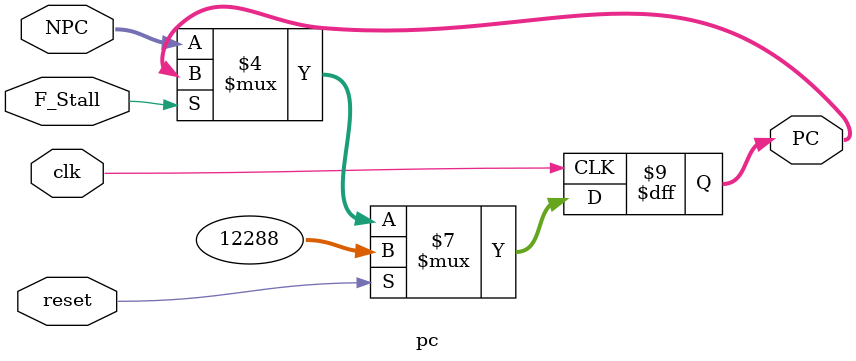
<source format=v>
`timescale 1ns / 1ps

`include "def.v"

module pc(
    input [31:0] NPC,
    input clk,
    input reset,
	 input F_Stall,
    output reg [31:0] PC
    );

    initial begin
        PC = 32'h00003000;
    end

    always @(posedge clk) begin
        if (reset) begin
            PC <= 32'h00003000;
        end
        else if (!F_Stall) begin
            PC <= NPC;
        end
    end


endmodule
</source>
